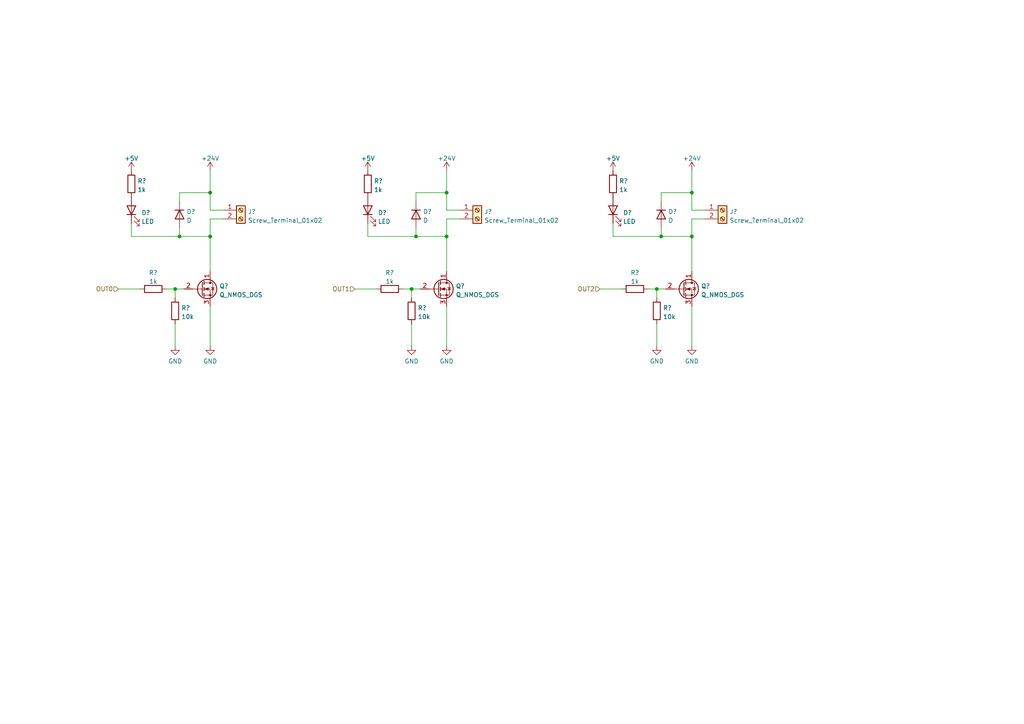
<source format=kicad_sch>
(kicad_sch (version 20211123) (generator eeschema)
  (paper "A4")
  (title_block (title "FloatPUMP Schematics") (date "2022-11-11") (rev "1.0") (company "robtor.de") (comment 1 "Controller board for up to 3 water pumps") (comment 2 "measuring capabilities with piezoresistive pressure sensors") (comment 3 "sensor input Range 4mA-20mA"))
  (lib_symbols
    (symbol "Connector:Screw_Terminal_01x02" (pin_names (offset 1.016) hide)
      (property "Reference" "J" (at 0 2.54 0))
      (property "Value" "Screw_Terminal_01x02" (at 0 -5.08 0))
      (symbol "Screw_Terminal_01x02_1_1"
        (rectangle (start -1.27 1.27) (end 1.27 -3.81) (stroke (width 0.254)) (fill (type background)))
        (circle (center 0 -2.54) (radius 0.635) (stroke (width 0.1524)))
        (polyline (pts (xy -0.5334 -2.2098) (xy 0.3302 -3.048)) (stroke (width 0.1524)))
        (polyline (pts (xy -0.5334 0.3302) (xy 0.3302 -0.508)) (stroke (width 0.1524)))
        (polyline (pts (xy -0.3556 -2.032) (xy 0.508 -2.8702)) (stroke (width 0.1524)))
        (polyline (pts (xy -0.3556 0.508) (xy 0.508 -0.3302)) (stroke (width 0.1524)))
        (circle (center 0 0) (radius 0.635) (stroke (width 0.1524)))
        (pin passive line (at -5.08 0 0) (length 3.81) (name "Pin_1") (number "1"))
        (pin passive line (at -5.08 -2.54 0) (length 3.81) (name "Pin_2") (number "2"))
      )
    )
    (symbol "Device:D" (pin_numbers hide) (pin_names (offset 1.016) hide)
      (property "Reference" "D" (at 0 2.54 0))
      (property "Value" "D" (at 0 -2.54 0))
      (symbol "D_0_1"
        (polyline (pts (xy -1.27 1.27) (xy -1.27 -1.27)) (stroke (width 0.254)))
        (polyline (pts (xy 1.27 0) (xy -1.27 0)))
        (polyline (pts (xy 1.27 1.27) (xy 1.27 -1.27) (xy -1.27 0) (xy 1.27 1.27)) (stroke (width 0.254)))
      )
      (symbol "D_1_1"
        (pin passive line (at -3.81 0 0) (length 2.54) (name "K") (number "1"))
        (pin passive line (at 3.81 0 180) (length 2.54) (name "A") (number "2"))
      )
    )
    (symbol "Device:LED" (pin_numbers hide) (pin_names (offset 1.016) hide)
      (property "Reference" "D" (at 0 2.54 0))
      (property "Value" "LED" (at 0 -2.54 0))
      (symbol "LED_0_1"
        (polyline (pts (xy -1.27 -1.27) (xy -1.27 1.27)) (stroke (width 0.254)))
        (polyline (pts (xy -1.27 0) (xy 1.27 0)))
        (polyline (pts (xy 1.27 -1.27) (xy 1.27 1.27) (xy -1.27 0) (xy 1.27 -1.27)) (stroke (width 0.254)))
        (polyline (pts (xy -3.048 -0.762) (xy -4.572 -2.286) (xy -3.81 -2.286) (xy -4.572 -2.286) (xy -4.572 -1.524)))
        (polyline (pts (xy -1.778 -0.762) (xy -3.302 -2.286) (xy -2.54 -2.286) (xy -3.302 -2.286) (xy -3.302 -1.524)))
      )
      (symbol "LED_1_1"
        (pin passive line (at -3.81 0 0) (length 2.54) (name "K") (number "1"))
        (pin passive line (at 3.81 0 180) (length 2.54) (name "A") (number "2"))
      )
    )
    (symbol "Device:Q_NMOS_DGS" (pin_names (offset 0) hide)
      (property "Reference" "Q" (at 5.08 1.27 0))
      (property "Value" "Q_NMOS_DGS" (at 5.08 -1.27 0))
      (symbol "Q_NMOS_DGS_0_1"
        (polyline (pts (xy 0.254 0) (xy -2.54 0)))
        (polyline (pts (xy 0.254 1.905) (xy 0.254 -1.905)) (stroke (width 0.254)))
        (polyline (pts (xy 0.762 -1.27) (xy 0.762 -2.286)) (stroke (width 0.254)))
        (polyline (pts (xy 0.762 0.508) (xy 0.762 -0.508)) (stroke (width 0.254)))
        (polyline (pts (xy 0.762 2.286) (xy 0.762 1.27)) (stroke (width 0.254)))
        (polyline (pts (xy 2.54 2.54) (xy 2.54 1.778)))
        (polyline (pts (xy 2.54 -2.54) (xy 2.54 0) (xy 0.762 0)))
        (polyline (pts (xy 0.762 -1.778) (xy 3.302 -1.778) (xy 3.302 1.778) (xy 0.762 1.778)))
        (polyline (pts (xy 1.016 0) (xy 2.032 0.381) (xy 2.032 -0.381) (xy 1.016 0)) (fill (type outline)))
        (polyline (pts (xy 2.794 0.508) (xy 2.921 0.381) (xy 3.683 0.381) (xy 3.81 0.254)))
        (polyline (pts (xy 3.302 0.381) (xy 2.921 -0.254) (xy 3.683 -0.254) (xy 3.302 0.381)))
        (circle (center 1.651 0) (radius 2.794) (stroke (width 0.254)))
        (circle (center 2.54 -1.778) (radius 0.254) (fill (type outline)))
        (circle (center 2.54 1.778) (radius 0.254) (fill (type outline)))
      )
      (symbol "Q_NMOS_DGS_1_1"
        (pin passive line (at 2.54 5.08 270) (length 2.54) (name "D") (number "1"))
        (pin input line (at -5.08 0 0) (length 2.54) (name "G") (number "2"))
        (pin passive line (at 2.54 -5.08 90) (length 2.54) (name "S") (number "3"))
      )
    )
    (symbol "Device:R" (pin_numbers hide) (pin_names (offset 0))
      (property "Reference" "R" (at 2.032 0 90))
      (property "Value" "R" (at 0 0 90))
      (symbol "R_0_1"
        (rectangle (start -1.016 -2.54) (end 1.016 2.54) (stroke (width 0.254)))
      )
      (symbol "R_1_1"
        (pin passive line (at 0 3.81 270) (length 1.27) (name "~") (number "1"))
        (pin passive line (at 0 -3.81 90) (length 1.27) (name "~") (number "2"))
      )
    )
    (symbol "power:+24V" (power) (pin_names (offset 0))
      (property "Value" "+24V" (at 0 3.556 0))
      (symbol "+24V_0_1"
        (polyline (pts (xy -0.762 1.27) (xy 0 2.54)))
        (polyline (pts (xy 0 0) (xy 0 2.54)))
        (polyline (pts (xy 0 2.54) (xy 0.762 1.27)))
      )
      (symbol "+24V_1_1"
        (pin power_in line (at 0 0 90) (length 0) hide (name "+24V") (number "1"))
      )
    )
    (symbol "power:+5V" (power) (pin_names (offset 0))
      (property "Value" "+5V" (at 0 3.556 0))
      (symbol "+5V_0_1"
        (polyline (pts (xy -0.762 1.27) (xy 0 2.54)))
        (polyline (pts (xy 0 0) (xy 0 2.54)))
        (polyline (pts (xy 0 2.54) (xy 0.762 1.27)))
      )
      (symbol "+5V_1_1"
        (pin power_in line (at 0 0 90) (length 0) hide (name "+5V") (number "1"))
      )
    )
    (symbol "power:GND" (power) (pin_names (offset 0))
      (property "Value" "GND" (at 0 -3.81 0))
      (symbol "GND_0_1"
        (polyline (pts (xy 0 0) (xy 0 -1.27) (xy 1.27 -1.27) (xy 0 -2.54) (xy -1.27 -1.27) (xy 0 -1.27)))
      )
      (symbol "GND_1_1"
        (pin power_in line (at 0 0 270) (length 0) hide (name "GND") (number "1"))
      )
    )
  )
  (junction (at 52.07 68.58))
  (junction (at 120.65 68.58))
  (junction (at 60.96 68.58))
  (junction (at 129.54 68.58))
  (junction (at 119.38 83.82))
  (junction (at 50.8 83.82))
  (junction (at 60.96 55.88))
  (junction (at 191.77 68.58))
  (junction (at 129.54 55.88))
  (junction (at 190.5 83.82))
  (junction (at 200.66 68.58))
  (junction (at 200.66 55.88))
  (wire (pts (xy 191.77 58.42) (xy 191.77 55.88)))
  (wire (pts (xy 60.96 68.58) (xy 60.96 78.74)))
  (wire (pts (xy 173.99 83.82) (xy 180.34 83.82)))
  (wire (pts (xy 190.5 83.82) (xy 193.04 83.82)))
  (wire (pts (xy 50.8 83.82) (xy 50.8 86.36)))
  (wire (pts (xy 200.66 88.9) (xy 200.66 100.33)))
  (wire (pts (xy 200.66 68.58) (xy 200.66 78.74)))
  (wire (pts (xy 129.54 49.53) (xy 129.54 55.88)))
  (wire (pts (xy 102.87 83.82) (xy 109.22 83.82)))
  (wire (pts (xy 60.96 55.88) (xy 60.96 60.96)))
  (wire (pts (xy 191.77 68.58) (xy 200.66 68.58)))
  (wire (pts (xy 52.07 68.58) (xy 38.1 68.58)))
  (wire (pts (xy 187.96 83.82) (xy 190.5 83.82)))
  (wire (pts (xy 190.5 83.82) (xy 190.5 86.36)))
  (wire (pts (xy 120.65 55.88) (xy 129.54 55.88)))
  (wire (pts (xy 120.65 68.58) (xy 129.54 68.58)))
  (wire (pts (xy 200.66 55.88) (xy 200.66 60.96)))
  (wire (pts (xy 191.77 55.88) (xy 200.66 55.88)))
  (wire (pts (xy 177.8 64.77) (xy 177.8 68.58)))
  (wire (pts (xy 129.54 60.96) (xy 133.35 60.96)))
  (wire (pts (xy 50.8 83.82) (xy 53.34 83.82)))
  (wire (pts (xy 116.84 83.82) (xy 119.38 83.82)))
  (wire (pts (xy 50.8 93.98) (xy 50.8 100.33)))
  (wire (pts (xy 133.35 63.5) (xy 129.54 63.5)))
  (wire (pts (xy 60.96 88.9) (xy 60.96 100.33)))
  (wire (pts (xy 106.68 64.77) (xy 106.68 68.58)))
  (wire (pts (xy 52.07 55.88) (xy 60.96 55.88)))
  (wire (pts (xy 60.96 63.5) (xy 60.96 68.58)))
  (wire (pts (xy 34.29 83.82) (xy 40.64 83.82)))
  (wire (pts (xy 119.38 93.98) (xy 119.38 100.33)))
  (wire (pts (xy 52.07 66.04) (xy 52.07 68.58)))
  (wire (pts (xy 119.38 83.82) (xy 121.92 83.82)))
  (wire (pts (xy 120.65 66.04) (xy 120.65 68.58)))
  (wire (pts (xy 52.07 58.42) (xy 52.07 55.88)))
  (wire (pts (xy 191.77 68.58) (xy 177.8 68.58)))
  (wire (pts (xy 129.54 88.9) (xy 129.54 100.33)))
  (wire (pts (xy 52.07 68.58) (xy 60.96 68.58)))
  (wire (pts (xy 60.96 60.96) (xy 64.77 60.96)))
  (wire (pts (xy 64.77 63.5) (xy 60.96 63.5)))
  (wire (pts (xy 190.5 93.98) (xy 190.5 100.33)))
  (wire (pts (xy 120.65 58.42) (xy 120.65 55.88)))
  (wire (pts (xy 119.38 83.82) (xy 119.38 86.36)))
  (wire (pts (xy 204.47 63.5) (xy 200.66 63.5)))
  (wire (pts (xy 129.54 68.58) (xy 129.54 78.74)))
  (wire (pts (xy 129.54 63.5) (xy 129.54 68.58)))
  (wire (pts (xy 200.66 49.53) (xy 200.66 55.88)))
  (wire (pts (xy 120.65 68.58) (xy 106.68 68.58)))
  (wire (pts (xy 129.54 55.88) (xy 129.54 60.96)))
  (wire (pts (xy 200.66 63.5) (xy 200.66 68.58)))
  (wire (pts (xy 38.1 64.77) (xy 38.1 68.58)))
  (wire (pts (xy 191.77 66.04) (xy 191.77 68.58)))
  (wire (pts (xy 48.26 83.82) (xy 50.8 83.82)))
  (wire (pts (xy 200.66 60.96) (xy 204.47 60.96)))
  (wire (pts (xy 60.96 49.53) (xy 60.96 55.88)))
  (hierarchical_label "OUT1" (shape input) (at 102.87 83.82 180))
  (hierarchical_label "OUT2" (shape input) (at 173.99 83.82 180))
  (hierarchical_label "OUT0" (shape input) (at 34.29 83.82 180))
  (symbol (lib_id "power:+24V") (at 129.54 49.53 0) (unit 1)
    (property "Reference" "#PWR?" (effects hide))
    (property "Value" "+24V" (at 129.54 45.9542 0))
  )
  (symbol (lib_id "power:GND") (at 200.66 100.33 0) (unit 1)
    (property "Reference" "#PWR?" (effects hide))
    (property "Value" "GND" (at 200.66 104.7734 0))
  )
  (symbol (lib_id "power:GND") (at 119.38 100.33 0) (unit 1)
    (property "Reference" "#PWR?" (effects hide))
    (property "Value" "GND" (at 119.38 104.7734 0))
  )
  (symbol (lib_id "Device:R") (at 38.1 53.34 0) (unit 1)
    (property "Reference" "R?" (at 39.878 52.5053 0) (effects (justify left)))
    (property "Value" "1k" (at 39.878 55.0422 0) (effects (justify left)))
  )
  (symbol (lib_id "power:+5V") (at 177.8 49.53 0) (unit 1)
    (property "Reference" "#PWR?" (effects hide))
    (property "Value" "+5V" (at 177.8 45.9542 0))
  )
  (symbol (lib_id "Device:D") (at 52.07 62.23 270) (unit 1)
    (property "Reference" "D?" (at 54.102 61.3953 90) (effects (justify left)))
    (property "Value" "D" (at 54.102 63.9322 90) (effects (justify left)))
  )
  (symbol (lib_id "Device:R") (at 113.03 83.82 90) (unit 1)
    (property "Reference" "R?" (at 113.03 79.1042 90))
    (property "Value" "1k" (at 113.03 81.6411 90))
  )
  (symbol (lib_id "power:+5V") (at 106.68 49.53 0) (unit 1)
    (property "Reference" "#PWR?" (effects hide))
    (property "Value" "+5V" (at 106.68 45.9542 0))
  )
  (symbol (lib_id "power:+24V") (at 60.96 49.53 0) (unit 1)
    (property "Reference" "#PWR?" (effects hide))
    (property "Value" "+24V" (at 60.96 45.9542 0))
  )
  (symbol (lib_id "Device:LED") (at 106.68 60.96 90) (unit 1)
    (property "Reference" "D?" (at 109.601 61.7128 90) (effects (justify right)))
    (property "Value" "LED" (at 109.601 64.2497 90) (effects (justify right)))
  )
  (symbol (lib_id "power:GND") (at 60.96 100.33 0) (unit 1)
    (property "Reference" "#PWR?" (effects hide))
    (property "Value" "GND" (at 60.96 104.7734 0))
  )
  (symbol (lib_id "Device:LED") (at 177.8 60.96 90) (unit 1)
    (property "Reference" "D?" (at 180.721 61.7128 90) (effects (justify right)))
    (property "Value" "LED" (at 180.721 64.2497 90) (effects (justify right)))
  )
  (symbol (lib_id "Device:R") (at 190.5 90.17 0) (unit 1)
    (property "Reference" "R?" (at 192.278 89.3353 0) (effects (justify left)))
    (property "Value" "10k" (at 192.278 91.8722 0) (effects (justify left)))
  )
  (symbol (lib_id "Device:R") (at 184.15 83.82 90) (unit 1)
    (property "Reference" "R?" (at 184.15 79.1042 90))
    (property "Value" "1k" (at 184.15 81.6411 90))
  )
  (symbol (lib_id "Device:R") (at 50.8 90.17 0) (unit 1)
    (property "Reference" "R?" (at 52.578 89.3353 0) (effects (justify left)))
    (property "Value" "10k" (at 52.578 91.8722 0) (effects (justify left)))
  )
  (symbol (lib_id "Device:R") (at 177.8 53.34 0) (unit 1)
    (property "Reference" "R?" (at 179.578 52.5053 0) (effects (justify left)))
    (property "Value" "1k" (at 179.578 55.0422 0) (effects (justify left)))
  )
  (symbol (lib_id "power:GND") (at 129.54 100.33 0) (unit 1)
    (property "Reference" "#PWR?" (effects hide))
    (property "Value" "GND" (at 129.54 104.7734 0))
  )
  (symbol (lib_id "Device:LED") (at 38.1 60.96 90) (unit 1)
    (property "Reference" "D?" (at 41.021 61.7128 90) (effects (justify right)))
    (property "Value" "LED" (at 41.021 64.2497 90) (effects (justify right)))
  )
  (symbol (lib_id "Device:Q_NMOS_DGS") (at 58.42 83.82 0) (unit 1)
    (property "Reference" "Q?" (at 63.627 82.9853 0) (effects (justify left)))
    (property "Value" "Q_NMOS_DGS" (at 63.627 85.5222 0) (effects (justify left)))
  )
  (symbol (lib_id "power:GND") (at 50.8 100.33 0) (unit 1)
    (property "Reference" "#PWR?" (effects hide))
    (property "Value" "GND" (at 50.8 104.7734 0))
  )
  (symbol (lib_id "Device:D") (at 191.77 62.23 270) (unit 1)
    (property "Reference" "D?" (at 193.802 61.3953 90) (effects (justify left)))
    (property "Value" "D" (at 193.802 63.9322 90) (effects (justify left)))
  )
  (symbol (lib_id "Connector:Screw_Terminal_01x02") (at 138.43 60.96 0) (unit 1)
    (property "Reference" "J?" (at 140.462 61.3953 0) (effects (justify left)))
    (property "Value" "Screw_Terminal_01x02" (at 140.462 63.9322 0) (effects (justify left)))
  )
  (symbol (lib_id "Connector:Screw_Terminal_01x02") (at 209.55 60.96 0) (unit 1)
    (property "Reference" "J?" (at 211.582 61.3953 0) (effects (justify left)))
    (property "Value" "Screw_Terminal_01x02" (at 211.582 63.9322 0) (effects (justify left)))
  )
  (symbol (lib_id "power:+5V") (at 38.1 49.53 0) (unit 1)
    (property "Reference" "#PWR?" (effects hide))
    (property "Value" "+5V" (at 38.1 45.9542 0))
  )
  (symbol (lib_id "Connector:Screw_Terminal_01x02") (at 69.85 60.96 0) (unit 1)
    (property "Reference" "J?" (at 71.882 61.3953 0) (effects (justify left)))
    (property "Value" "Screw_Terminal_01x02" (at 71.882 63.9322 0) (effects (justify left)))
  )
  (symbol (lib_id "power:+24V") (at 200.66 49.53 0) (unit 1)
    (property "Reference" "#PWR?" (effects hide))
    (property "Value" "+24V" (at 200.66 45.9542 0))
  )
  (symbol (lib_id "Device:Q_NMOS_DGS") (at 198.12 83.82 0) (unit 1)
    (property "Reference" "Q?" (at 203.327 82.9853 0) (effects (justify left)))
    (property "Value" "Q_NMOS_DGS" (at 203.327 85.5222 0) (effects (justify left)))
  )
  (symbol (lib_id "Device:Q_NMOS_DGS") (at 127 83.82 0) (unit 1)
    (property "Reference" "Q?" (at 132.207 82.9853 0) (effects (justify left)))
    (property "Value" "Q_NMOS_DGS" (at 132.207 85.5222 0) (effects (justify left)))
  )
  (symbol (lib_id "Device:R") (at 119.38 90.17 0) (unit 1)
    (property "Reference" "R?" (at 121.158 89.3353 0) (effects (justify left)))
    (property "Value" "10k" (at 121.158 91.8722 0) (effects (justify left)))
  )
  (symbol (lib_id "Device:D") (at 120.65 62.23 270) (unit 1)
    (property "Reference" "D?" (at 122.682 61.3953 90) (effects (justify left)))
    (property "Value" "D" (at 122.682 63.9322 90) (effects (justify left)))
  )
  (symbol (lib_id "Device:R") (at 44.45 83.82 90) (unit 1)
    (property "Reference" "R?" (at 44.45 79.1042 90))
    (property "Value" "1k" (at 44.45 81.6411 90))
  )
  (symbol (lib_id "Device:R") (at 106.68 53.34 0) (unit 1)
    (property "Reference" "R?" (at 108.458 52.5053 0) (effects (justify left)))
    (property "Value" "1k" (at 108.458 55.0422 0) (effects (justify left)))
  )
  (symbol (lib_id "power:GND") (at 190.5 100.33 0) (unit 1)
    (property "Reference" "#PWR?" (effects hide))
    (property "Value" "GND" (at 190.5 104.7734 0))
  )
)
</source>
